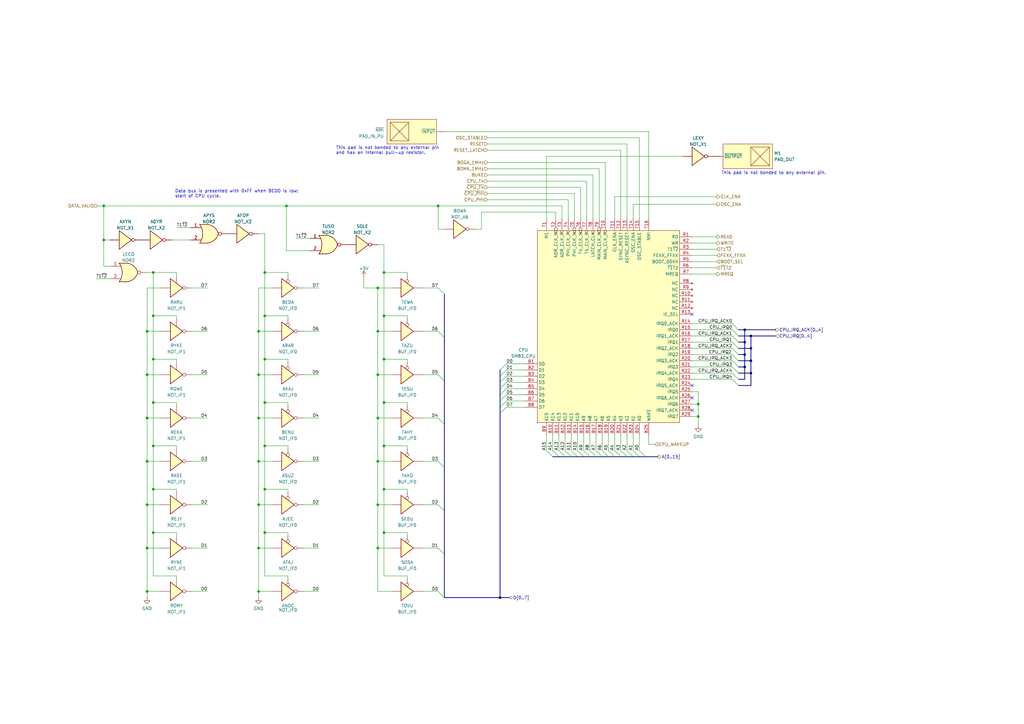
<source format=kicad_sch>
(kicad_sch (version 20231120) (generator "eeschema") (generator_version "8.0")
  (paper "A3")
  (title_block (title "DMG-CPU B") (date "2025-04-12") (rev "0.7") (company "CC-BY-SA-4.0 Régis Galland & Michael Singer -- Derived work from Furrtek") (comment 1 "https://github.com/msinger/dmg-schematics"))
  (lib_symbols
    (symbol "DMG_CPU_Cells:BUF_IF0" (pin_numbers hide) (pin_names hide)
      (property "Reference" "U?" (at 0 -5.08 0))
      (property "Value" "BUF_IF0" (at 0 -7.62 0))
      (symbol "BUF_IF0_1_0"
        (polyline (pts (xy -2.54 3.81) (xy -2.54 -3.81) (xy 2.54 0) (xy -2.54 3.81)) (stroke (width 0.254)) (fill (type background)))
        (pin input line (at -6.35 0 0) (length 3.81) (name "IN") (number "1"))
        (pin input line (at -6.35 0 0) (length 3.81) hide (name "IN") (number "3"))
        (pin tri_state line (at 6.35 0 180) (length 3.81) (name "~") (number "4"))
      )
      (symbol "BUF_IF0_1_1"
        (pin input inverted (at 0 5.08 270) (length 3) (name "~{ENA}") (number "2"))
      )
    )
    (symbol "DMG_CPU_Cells:NOR2" (pin_names hide)
      (property "Reference" "U" (at 0 5.08 0))
      (property "Value" "NOR2" (at 0 -5.08 0))
      (symbol "NOR2_1_1"
        (arc (start -3.8102 -3.81) (mid -2.5892 0) (end -3.8102 3.81) (stroke (width 0.254)))
        (arc (start -0.6098 -3.81) (mid 2.1853 -2.584) (end 3.8098 0) (stroke (width 0.254)) (fill (type background)))
        (polyline (pts (xy -3.8102 -3.81) (xy -0.6352 -3.81)) (stroke (width 0.254)) (fill (type background)))
        (polyline (pts (xy -3.8102 3.81) (xy -0.6352 3.81)) (stroke (width 0.254)) (fill (type background)))
        (polyline (pts (xy -0.6352 3.81) (xy -3.8102 3.81) (xy -3.8102 3.81) (xy -3.5562 3.4036) (xy -3.0228 2.2606) (xy -2.6926 1.0414) (xy -2.6164 -0.254) (xy -2.7688 -1.4986) (xy -3.1752 -2.7178) (xy -3.8102 -3.81) (xy -3.8102 -3.81) (xy -0.6352 -3.81)) (stroke (width -25.4)) (fill (type background)))
        (arc (start 3.8098 0) (mid 2.1926 2.5925) (end -0.6098 3.81) (stroke (width 0.254)) (fill (type background)))
        (pin input line (at -7.62 2.54 0) (length 4.4) (name "~") (number "1"))
        (pin input line (at -7.62 -2.54 0) (length 4.4) (name "~") (number "2"))
        (pin output inverted (at 7.62 0 180) (length 3.81) (name "~") (number "3"))
      )
    )
    (symbol "DMG_CPU_Cells:NOT_IF0" (pin_numbers hide) (pin_names hide)
      (property "Reference" "U?" (at 0 -5.08 0))
      (property "Value" "NOT_IF0" (at 0 -7.62 0))
      (symbol "NOT_IF0_1_0"
        (polyline (pts (xy -2.54 3.81) (xy -2.54 -3.81) (xy 2.54 0) (xy -2.54 3.81)) (stroke (width 0.254)) (fill (type background)))
        (pin input line (at -6.35 0 0) (length 3.81) (name "~") (number "2"))
        (pin tri_state inverted (at 6.35 0 180) (length 3.81) (name "~") (number "3"))
      )
      (symbol "NOT_IF0_1_1"
        (pin input inverted (at 0 5.08 270) (length 3) (name "~{ENA}") (number "1"))
      )
    )
    (symbol "DMG_CPU_Cells:NOT_IF1" (pin_numbers hide) (pin_names hide)
      (property "Reference" "U?" (at 0 -5.08 0))
      (property "Value" "NOT_IF1" (at 0 -7.62 0))
      (symbol "NOT_IF1_1_0"
        (polyline (pts (xy -2.54 3.81) (xy -2.54 -3.81) (xy 2.54 0) (xy -2.54 3.81)) (stroke (width 0.254)) (fill (type background)))
        (pin input line (at -6.35 0 0) (length 3.81) (name "~") (number "2"))
        (pin tri_state inverted (at 6.35 0 180) (length 3.81) (name "~") (number "3"))
      )
      (symbol "NOT_IF1_1_1"
        (pin input line (at 0 5.08 270) (length 3.15) (name "ENA") (number "1"))
      )
    )
    (symbol "DMG_CPU_Cells:NOT_X1" (pin_numbers hide) (pin_names hide)
      (property "Reference" "U?" (at 0 5.08 0))
      (property "Value" "NOT_X1" (at 0 -5.08 0))
      (symbol "NOT_X1_1_0"
        (polyline (pts (xy -2.54 3.81) (xy -2.54 -3.81) (xy 2.54 0) (xy -2.54 3.81)) (stroke (width 0.254)) (fill (type background)))
        (pin input line (at -6.35 0 0) (length 3.81) (name "~") (number "1"))
        (pin output inverted (at 6.35 0 180) (length 3.81) (name "~") (number "2"))
      )
    )
    (symbol "DMG_CPU_Cells:NOT_X2" (pin_numbers hide) (pin_names hide)
      (property "Reference" "U?" (at 0 5.08 0))
      (property "Value" "NOT_X2" (at 0 -5.08 0))
      (symbol "NOT_X2_1_0"
        (polyline (pts (xy -2.54 3.81) (xy -2.54 -3.81) (xy 2.54 0) (xy -2.54 3.81)) (stroke (width 0.254)) (fill (type background)))
        (pin input line (at -6.35 0 0) (length 3.81) (name "~") (number "1"))
        (pin output inverted (at 6.35 0 180) (length 3.81) (name "~") (number "2"))
      )
    )
    (symbol "DMG_CPU_Cells:NOT_X6" (pin_numbers hide) (pin_names hide)
      (property "Reference" "U?" (at 0 5.08 0))
      (property "Value" "NOT_X6" (at 0 -5.08 0))
      (symbol "NOT_X6_1_0"
        (polyline (pts (xy -2.54 3.81) (xy -2.54 -3.81) (xy 2.54 0) (xy -2.54 3.81)) (stroke (width 0.254)) (fill (type background)))
        (pin input line (at -6.35 0 0) (length 3.81) (name "~") (number "1"))
        (pin output inverted (at 6.35 0 180) (length 3.81) (name "~") (number "2"))
      )
    )
    (symbol "DMG_CPU_Cells:PAD_IN_PU" (pin_numbers hide)
      (property "Reference" "U" (at 0 6.35 0))
      (property "Value" "PAD_IN_PU" (at 0 -6.35 0))
      (symbol "PAD_IN_PU_0_1"
        (rectangle (start -10.16 5.08) (end 10.16 -5.08) (fill (type background)))
        (rectangle (start -8.89 3.81) (end -1.27 -3.81))
        (polyline (pts (xy -8.89 -3.81) (xy -1.27 3.81)))
        (polyline (pts (xy -1.27 -3.81) (xy -8.89 3.81)))
      )
      (symbol "PAD_IN_PU_1_1"
        (pin output line (at 13.97 0 180) (length 3.81) (name "~{INPUT}") (number "1"))
      )
    )
    (symbol "DMG_CPU_Cells:PAD_OUT" (pin_numbers hide)
      (property "Reference" "U" (at 0 6.35 0))
      (property "Value" "PAD_OUT" (at 0 -6.35 0))
      (symbol "PAD_OUT_0_1"
        (rectangle (start -10.16 5.08) (end 10.16 -5.08) (fill (type background)))
        (rectangle (start -8.89 3.81) (end -1.27 -3.81))
        (polyline (pts (xy -8.89 -3.81) (xy -1.27 3.81)))
        (polyline (pts (xy -1.27 -3.81) (xy -8.89 3.81)))
      )
      (symbol "PAD_OUT_1_1"
        (pin input line (at 13.97 0 180) (length 3.81) (name "~{OUTPUT}") (number "1"))
      )
    )
    (symbol "DMG_CPU_Cells:SM83_CPU"
      (property "Reference" "U" (at 0 1.27 0))
      (property "Value" "SM83_CPU" (at 0 -1.27 0))
      (symbol "SM83_CPU_0_0"
        (rectangle (start -29.21 39.37) (end 29.21 -39.37) (fill (type background)))
      )
      (symbol "SM83_CPU_1_1"
        (pin bidirectional line (at -34.29 -15.24 0) (length 5.08) (name "D0") (number "B1"))
        (pin tri_state line (at -22.86 -44.45 90) (length 5.08) (name "A14") (number "B10"))
        (pin tri_state line (at -20.32 -44.45 90) (length 5.08) (name "A13") (number "B11"))
        (pin tri_state line (at -17.78 -44.45 90) (length 5.08) (name "A12") (number "B12"))
        (pin tri_state line (at -15.24 -44.45 90) (length 5.08) (name "A11") (number "B13"))
        (pin tri_state line (at -12.7 -44.45 90) (length 5.08) (name "A10") (number "B14"))
        (pin tri_state line (at -10.16 -44.45 90) (length 5.08) (name "A9") (number "B15"))
        (pin tri_state line (at -7.62 -44.45 90) (length 5.08) (name "A8") (number "B16"))
        (pin tri_state line (at -5.08 -44.45 90) (length 5.08) (name "A7") (number "B17"))
        (pin tri_state line (at -2.54 -44.45 90) (length 5.08) (name "A6") (number "B18"))
        (pin tri_state line (at 0 -44.45 90) (length 5.08) (name "A5") (number "B19"))
        (pin bidirectional line (at -34.29 -17.78 0) (length 5.08) (name "D1") (number "B2"))
        (pin tri_state line (at 2.54 -44.45 90) (length 5.08) (name "A4") (number "B20"))
        (pin tri_state line (at 5.08 -44.45 90) (length 5.08) (name "A3") (number "B21"))
        (pin tri_state line (at 7.62 -44.45 90) (length 5.08) (name "A2") (number "B22"))
        (pin tri_state line (at 10.16 -44.45 90) (length 5.08) (name "A1") (number "B23"))
        (pin tri_state line (at 12.7 -44.45 90) (length 5.08) (name "A0") (number "B24"))
        (pin input line (at 16.51 -44.45 90) (length 5.08) (name "WAKE") (number "B25"))
        (pin bidirectional line (at -34.29 -20.32 0) (length 5.08) (name "D2") (number "B3"))
        (pin bidirectional line (at -34.29 -22.86 0) (length 5.08) (name "D3") (number "B4"))
        (pin bidirectional line (at -34.29 -25.4 0) (length 5.08) (name "D4") (number "B5"))
        (pin bidirectional line (at -34.29 -27.94 0) (length 5.08) (name "D5") (number "B6"))
        (pin bidirectional line (at -34.29 -30.48 0) (length 5.08) (name "D6") (number "B7"))
        (pin bidirectional line (at -34.29 -33.02 0) (length 5.08) (name "D7") (number "B8"))
        (pin tri_state line (at -25.4 -44.45 90) (length 5.08) (name "A15") (number "B9"))
        (pin output line (at 34.29 36.83 180) (length 5.08) (name "RD") (number "R1"))
        (pin no_connect line (at 34.29 12.7 180) (length 5.08) (name "NC") (number "R10"))
        (pin no_connect line (at 34.29 10.16 180) (length 5.08) (name "NC") (number "R11"))
        (pin no_connect line (at 34.29 7.62 180) (length 5.08) (name "NC") (number "R12"))
        (pin output line (at 34.29 5.08 180) (length 5.08) (name "IE_SEL") (number "R13"))
        (pin output line (at 34.29 1.27 180) (length 5.08) (name "IRQ0_ACK") (number "R14"))
        (pin input line (at 34.29 -1.27 180) (length 5.08) (name "IRQ0") (number "R15"))
        (pin output line (at 34.29 -3.81 180) (length 5.08) (name "IRQ1_ACK") (number "R16"))
        (pin input line (at 34.29 -6.35 180) (length 5.08) (name "IRQ1") (number "R17"))
        (pin output line (at 34.29 -8.89 180) (length 5.08) (name "IRQ2_ACK") (number "R18"))
        (pin input line (at 34.29 -11.43 180) (length 5.08) (name "IRQ2") (number "R19"))
        (pin output line (at 34.29 34.29 180) (length 5.08) (name "WR") (number "R2"))
        (pin output line (at 34.29 -13.97 180) (length 5.08) (name "IRQ3_ACK") (number "R20"))
        (pin input line (at 34.29 -16.51 180) (length 5.08) (name "IRQ3") (number "R21"))
        (pin output line (at 34.29 -19.05 180) (length 5.08) (name "IRQ4_ACK") (number "R22"))
        (pin input line (at 34.29 -21.59 180) (length 5.08) (name "IRQ4") (number "R23"))
        (pin output line (at 34.29 -24.13 180) (length 5.08) (name "IRQ5_ACK") (number "R24"))
        (pin input line (at 34.29 -26.67 180) (length 5.08) (name "IRQ5") (number "R25"))
        (pin output line (at 34.29 -29.21 180) (length 5.08) (name "IRQ6_ACK") (number "R26"))
        (pin input line (at 34.29 -31.75 180) (length 5.08) (name "IRQ6") (number "R27"))
        (pin output line (at 34.29 -34.29 180) (length 5.08) (name "IRQ7_ACK") (number "R28"))
        (pin input line (at 34.29 -36.83 180) (length 5.08) (name "IRQ7") (number "R29"))
        (pin input line (at 34.29 31.75 180) (length 5.08) (name "T1~{T2}") (number "R3"))
        (pin input line (at 34.29 29.21 180) (length 5.08) (name "FEXX_FFXX") (number "R4"))
        (pin input line (at 34.29 26.67 180) (length 5.08) (name "BOOT_00XX") (number "R5"))
        (pin input line (at 34.29 24.13 180) (length 5.08) (name "~{T1}T2") (number "R6"))
        (pin output line (at 34.29 21.59 180) (length 5.08) (name "MREQ") (number "R7"))
        (pin no_connect line (at 34.29 17.78 180) (length 5.08) (name "NC") (number "R8"))
        (pin no_connect line (at 34.29 15.24 180) (length 5.08) (name "NC") (number "R9"))
        (pin output line (at -25.4 44.45 270) (length 5.08) (name "M1") (number "T1"))
        (pin input clock (at -1.27 44.45 270) (length 5.08) (name "MAIN_CLK_P") (number "T10"))
        (pin output line (at 2.54 44.45 270) (length 5.08) (name "CLK_ENA") (number "T11"))
        (pin input line (at 5.08 44.45 270) (length 5.08) (name "SYNC_RESET") (number "T12"))
        (pin input line (at 7.62 44.45 270) (length 5.08) (name "ASYNC_RESET") (number "T13"))
        (pin output line (at 10.16 44.45 270) (length 5.08) (name "OSC_ENA") (number "T14"))
        (pin input line (at 12.7 44.45 270) (length 5.08) (name "OSC_STABLE") (number "T15"))
        (pin input line (at 16.51 44.45 270) (length 5.08) (name "NMI") (number "T16"))
        (pin input inverted_clock (at -21.59 44.45 270) (length 5.08) (name "ADR_CLK_N") (number "T2"))
        (pin input clock (at -19.05 44.45 270) (length 5.08) (name "ADR_CLK_P") (number "T3"))
        (pin input clock (at -16.51 44.45 270) (length 5.08) (name "PHI_CLK_P") (number "T4"))
        (pin input inverted_clock (at -13.97 44.45 270) (length 5.08) (name "PHI_CLK_N") (number "T5"))
        (pin input inverted_clock (at -11.43 44.45 270) (length 5.08) (name "T4_CLK_N") (number "T6"))
        (pin input clock (at -8.89 44.45 270) (length 5.08) (name "T4_CLK_P") (number "T7"))
        (pin input clock (at -6.35 44.45 270) (length 5.08) (name "LATCH_CLK") (number "T8"))
        (pin input inverted_clock (at -3.81 44.45 270) (length 5.08) (name "MAIN_CLK_N") (number "T9"))
      )
    )
    (symbol "power:+5V" (power) (pin_names (offset 0))
      (property "Value" "+5V" (at 0 3.556 0))
      (symbol "+5V_0_1"
        (polyline (pts (xy -0.762 1.27) (xy 0 2.54)))
        (polyline (pts (xy 0 0) (xy 0 2.54)))
        (polyline (pts (xy 0 2.54) (xy 0.762 1.27)))
      )
      (symbol "+5V_1_1"
        (pin power_in line (at 0 0 90) (length 0) hide (name "+5V") (number "1"))
      )
    )
    (symbol "power:GND" (power) (pin_names (offset 0))
      (property "Value" "GND" (at 0 -3.81 0))
      (symbol "GND_0_1"
        (polyline (pts (xy 0 0) (xy 0 -1.27) (xy 1.27 -1.27) (xy 0 -2.54) (xy -1.27 -1.27) (xy 0 -1.27)))
      )
      (symbol "GND_1_1"
        (pin power_in line (at 0 0 270) (length 0) hide (name "GND") (number "1"))
      )
    )
  )
  (junction (at 106.045 207.01))
  (junction (at 106.045 135.89))
  (junction (at 108.585 165.1))
  (junction (at 108.585 129.54))
  (junction (at 42.545 98.425))
  (junction (at 60.325 207.01))
  (junction (at 286.385 165.735))
  (junction (at 157.48 129.54))
  (junction (at 157.48 182.88))
  (junction (at 154.94 118.11))
  (junction (at 305.435 145.415))
  (junction (at 307.975 142.875))
  (junction (at 106.045 153.67))
  (junction (at 154.94 207.01))
  (junction (at 157.48 111.76))
  (junction (at 60.325 189.23))
  (junction (at 307.975 137.795))
  (junction (at 60.325 224.79))
  (junction (at 108.585 147.32))
  (junction (at 307.975 153.035))
  (junction (at 157.48 218.44))
  (junction (at 157.48 165.1))
  (junction (at 62.865 218.44))
  (junction (at 205.105 245.11))
  (junction (at 60.325 153.67))
  (junction (at 106.045 224.79))
  (junction (at 108.585 218.44))
  (junction (at 62.865 147.32))
  (junction (at 154.94 153.67))
  (junction (at 154.94 171.45))
  (junction (at 154.94 135.89))
  (junction (at 154.94 189.23))
  (junction (at 62.865 129.54))
  (junction (at 106.045 189.23))
  (junction (at 60.325 242.57))
  (junction (at 60.325 135.89))
  (junction (at 157.48 200.66))
  (junction (at 108.585 111.76))
  (junction (at 305.435 140.335))
  (junction (at 179.705 84.455))
  (junction (at 62.865 182.88))
  (junction (at 108.585 200.66))
  (junction (at 106.045 242.57))
  (junction (at 108.585 182.88))
  (junction (at 305.435 150.495))
  (junction (at 286.385 170.815))
  (junction (at 305.435 135.255))
  (junction (at 42.545 84.455))
  (junction (at 60.325 171.45))
  (junction (at 62.865 165.1))
  (junction (at 117.475 84.455))
  (junction (at 157.48 147.32))
  (junction (at 62.865 111.76))
  (junction (at 307.975 147.955))
  (junction (at 154.94 224.79))
  (junction (at 106.045 171.45))
  (junction (at 62.865 200.66))
  (no_connect (at 283.845 158.115))
  (no_connect (at 283.845 163.195))
  (no_connect (at 283.845 168.275))
  (no_connect (at 283.845 128.905))
  (bus_entry (at 247.015 187.325) (size -2.54 -2.54))
  (bus_entry (at 300.355 147.955) (size 2.54 2.54))
  (bus_entry (at 252.095 187.325) (size -2.54 -2.54))
  (bus_entry (at 179.705 242.57) (size 2.54 2.54))
  (bus_entry (at 179.705 224.79) (size 2.54 2.54))
  (bus_entry (at 300.355 150.495) (size 2.54 2.54))
  (bus_entry (at 249.555 187.325) (size -2.54 -2.54))
  (bus_entry (at 179.705 189.23) (size 2.54 2.54))
  (bus_entry (at 226.695 187.325) (size -2.54 -2.54))
  (bus_entry (at 239.395 187.325) (size -2.54 -2.54))
  (bus_entry (at 179.705 118.11) (size 2.54 2.54))
  (bus_entry (at 207.645 161.925) (size -2.54 2.54))
  (bus_entry (at 179.705 171.45) (size 2.54 2.54))
  (bus_entry (at 207.645 156.845) (size -2.54 2.54))
  (bus_entry (at 207.645 149.225) (size -2.54 2.54))
  (bus_entry (at 262.255 187.325) (size -2.54 -2.54))
  (bus_entry (at 207.645 167.005) (size -2.54 2.54))
  (bus_entry (at 207.645 154.305) (size -2.54 2.54))
  (bus_entry (at 300.355 142.875) (size 2.54 2.54))
  (bus_entry (at 300.355 137.795) (size 2.54 2.54))
  (bus_entry (at 300.355 132.715) (size 2.54 2.54))
  (bus_entry (at 300.355 135.255) (size 2.54 2.54))
  (bus_entry (at 300.355 140.335) (size 2.54 2.54))
  (bus_entry (at 236.855 187.325) (size -2.54 -2.54))
  (bus_entry (at 207.645 159.385) (size -2.54 2.54))
  (bus_entry (at 300.355 155.575) (size 2.54 2.54))
  (bus_entry (at 179.705 207.01) (size 2.54 2.54))
  (bus_entry (at 241.935 187.325) (size -2.54 -2.54))
  (bus_entry (at 259.715 187.325) (size -2.54 -2.54))
  (bus_entry (at 300.355 145.415) (size 2.54 2.54))
  (bus_entry (at 231.775 187.325) (size -2.54 -2.54))
  (bus_entry (at 207.645 151.765) (size -2.54 2.54))
  (bus_entry (at 179.705 135.89) (size 2.54 2.54))
  (bus_entry (at 244.475 187.325) (size -2.54 -2.54))
  (bus_entry (at 179.705 153.67) (size 2.54 2.54))
  (bus_entry (at 257.175 187.325) (size -2.54 -2.54))
  (bus_entry (at 234.315 187.325) (size -2.54 -2.54))
  (bus_entry (at 207.645 164.465) (size -2.54 2.54))
  (bus_entry (at 264.795 187.325) (size -2.54 -2.54))
  (bus_entry (at 300.355 153.035) (size 2.54 2.54))
  (bus_entry (at 254.635 187.325) (size -2.54 -2.54))
  (bus_entry (at 229.235 187.325) (size -2.54 -2.54))
  (wire (pts (xy 118.11 129.54) (xy 118.11 130.81)))
  (wire (pts (xy 106.045 242.57) (xy 111.76 242.57)))
  (wire (pts (xy 254.635 178.435) (xy 254.635 184.785)))
  (wire (pts (xy 266.065 182.245) (xy 266.065 178.435)))
  (wire (pts (xy 167.005 182.88) (xy 167.005 184.15)))
  (wire (pts (xy 283.845 104.775) (xy 294.005 104.775)))
  (wire (pts (xy 108.585 218.44) (xy 108.585 236.22)))
  (wire (pts (xy 231.775 178.435) (xy 231.775 184.785)))
  (wire (pts (xy 72.39 93.345) (xy 78.105 93.345)))
  (bus (pts (xy 205.105 164.465) (xy 205.105 161.925)))
  (wire (pts (xy 108.585 129.54) (xy 118.11 129.54)))
  (wire (pts (xy 60.325 207.01) (xy 60.325 224.79)))
  (wire (pts (xy 154.94 189.23) (xy 154.94 207.01)))
  (wire (pts (xy 60.325 224.79) (xy 60.325 242.57)))
  (wire (pts (xy 78.74 171.45) (xy 85.09 171.45)))
  (wire (pts (xy 72.39 147.32) (xy 72.39 148.59)))
  (wire (pts (xy 157.48 182.88) (xy 157.48 200.66)))
  (bus (pts (xy 182.245 138.43) (xy 182.245 156.21)))
  (wire (pts (xy 252.095 80.645) (xy 294.005 80.645)))
  (wire (pts (xy 235.585 89.535) (xy 235.585 79.375)))
  (bus (pts (xy 302.895 137.795) (xy 307.975 137.795)))
  (bus (pts (xy 302.895 135.255) (xy 305.435 135.255)))
  (wire (pts (xy 72.39 129.54) (xy 72.39 130.81)))
  (wire (pts (xy 72.39 218.44) (xy 72.39 219.71)))
  (bus (pts (xy 307.975 137.795) (xy 307.975 142.875)))
  (wire (pts (xy 108.585 165.1) (xy 108.585 182.88)))
  (wire (pts (xy 283.845 147.955) (xy 300.355 147.955)))
  (wire (pts (xy 60.325 135.89) (xy 66.04 135.89)))
  (wire (pts (xy 62.865 129.54) (xy 72.39 129.54)))
  (bus (pts (xy 241.935 187.325) (xy 239.395 187.325)))
  (wire (pts (xy 124.46 153.67) (xy 130.81 153.67)))
  (bus (pts (xy 239.395 187.325) (xy 236.855 187.325)))
  (bus (pts (xy 302.895 145.415) (xy 305.435 145.415)))
  (wire (pts (xy 62.865 165.1) (xy 72.39 165.1)))
  (wire (pts (xy 106.045 153.67) (xy 106.045 171.45)))
  (wire (pts (xy 167.005 129.54) (xy 167.005 130.81)))
  (wire (pts (xy 118.11 111.76) (xy 118.11 113.03)))
  (wire (pts (xy 248.285 66.675) (xy 200.025 66.675)))
  (wire (pts (xy 60.325 189.23) (xy 66.04 189.23)))
  (bus (pts (xy 205.105 154.305) (xy 205.105 151.765)))
  (wire (pts (xy 286.385 160.655) (xy 286.385 165.735)))
  (wire (pts (xy 106.045 118.11) (xy 111.76 118.11)))
  (wire (pts (xy 149.225 118.11) (xy 149.225 113.665)))
  (wire (pts (xy 157.48 200.66) (xy 157.48 218.44)))
  (wire (pts (xy 200.025 69.215) (xy 245.745 69.215)))
  (wire (pts (xy 106.045 171.45) (xy 111.76 171.45)))
  (wire (pts (xy 60.325 118.11) (xy 60.325 135.89)))
  (wire (pts (xy 234.315 178.435) (xy 234.315 184.785)))
  (wire (pts (xy 224.155 64.135) (xy 280.035 64.135)))
  (wire (pts (xy 154.94 224.79) (xy 160.655 224.79)))
  (wire (pts (xy 215.265 151.765) (xy 207.645 151.765)))
  (bus (pts (xy 307.975 147.955) (xy 307.975 153.035)))
  (wire (pts (xy 200.025 56.515) (xy 262.255 56.515)))
  (wire (pts (xy 283.845 112.395) (xy 294.005 112.395)))
  (bus (pts (xy 302.895 150.495) (xy 305.435 150.495)))
  (wire (pts (xy 154.94 153.67) (xy 154.94 171.45)))
  (bus (pts (xy 231.775 187.325) (xy 229.235 187.325)))
  (wire (pts (xy 224.155 89.535) (xy 224.155 64.135)))
  (wire (pts (xy 108.585 200.66) (xy 118.11 200.66)))
  (wire (pts (xy 108.585 111.76) (xy 118.11 111.76)))
  (wire (pts (xy 60.325 224.79) (xy 66.04 224.79)))
  (wire (pts (xy 167.005 165.1) (xy 167.005 166.37)))
  (bus (pts (xy 305.435 140.335) (xy 305.435 145.415)))
  (wire (pts (xy 286.385 170.815) (xy 286.385 174.625)))
  (wire (pts (xy 62.865 218.44) (xy 72.39 218.44)))
  (wire (pts (xy 118.11 200.66) (xy 118.11 201.93)))
  (wire (pts (xy 42.545 84.455) (xy 42.545 98.425)))
  (wire (pts (xy 62.865 182.88) (xy 72.39 182.88)))
  (wire (pts (xy 124.46 189.23) (xy 130.81 189.23)))
  (wire (pts (xy 157.48 111.76) (xy 167.005 111.76)))
  (wire (pts (xy 72.39 236.22) (xy 72.39 237.49)))
  (wire (pts (xy 157.48 165.1) (xy 157.48 182.88)))
  (wire (pts (xy 78.74 153.67) (xy 85.09 153.67)))
  (wire (pts (xy 200.025 59.055) (xy 257.175 59.055)))
  (bus (pts (xy 205.105 159.385) (xy 205.105 156.845)))
  (wire (pts (xy 173.355 171.45) (xy 179.705 171.45)))
  (wire (pts (xy 60.325 171.45) (xy 66.04 171.45)))
  (wire (pts (xy 157.48 218.44) (xy 167.005 218.44)))
  (wire (pts (xy 268.605 182.245) (xy 266.065 182.245)))
  (wire (pts (xy 167.005 147.32) (xy 167.005 148.59)))
  (wire (pts (xy 124.46 242.57) (xy 130.81 242.57)))
  (wire (pts (xy 118.11 165.1) (xy 118.11 166.37)))
  (wire (pts (xy 179.705 84.455) (xy 179.705 93.98)))
  (wire (pts (xy 124.46 135.89) (xy 130.81 135.89)))
  (bus (pts (xy 307.975 142.875) (xy 307.975 147.955)))
  (wire (pts (xy 154.94 171.45) (xy 160.655 171.45)))
  (wire (pts (xy 149.225 118.11) (xy 154.94 118.11)))
  (bus (pts (xy 205.105 169.545) (xy 205.105 245.11)))
  (wire (pts (xy 173.355 135.89) (xy 179.705 135.89)))
  (bus (pts (xy 257.175 187.325) (xy 254.635 187.325)))
  (wire (pts (xy 78.74 224.79) (xy 85.09 224.79)))
  (bus (pts (xy 182.245 173.99) (xy 182.245 191.77)))
  (wire (pts (xy 62.865 200.66) (xy 72.39 200.66)))
  (bus (pts (xy 318.135 135.255) (xy 305.435 135.255)))
  (wire (pts (xy 70.485 98.425) (xy 78.105 98.425)))
  (wire (pts (xy 167.005 111.76) (xy 167.005 113.03)))
  (bus (pts (xy 182.245 156.21) (xy 182.245 173.99)))
  (bus (pts (xy 247.015 187.325) (xy 244.475 187.325)))
  (wire (pts (xy 157.48 218.44) (xy 157.48 236.22)))
  (wire (pts (xy 78.74 207.01) (xy 85.09 207.01)))
  (wire (pts (xy 283.845 155.575) (xy 300.355 155.575)))
  (wire (pts (xy 60.325 242.57) (xy 60.325 245.11)))
  (wire (pts (xy 233.045 81.915) (xy 200.025 81.915)))
  (wire (pts (xy 108.585 147.32) (xy 118.11 147.32)))
  (wire (pts (xy 60.325 111.76) (xy 62.865 111.76)))
  (wire (pts (xy 283.845 97.155) (xy 294.005 97.155)))
  (wire (pts (xy 42.545 98.425) (xy 42.545 109.22)))
  (wire (pts (xy 106.045 224.79) (xy 106.045 242.57)))
  (wire (pts (xy 117.475 84.455) (xy 42.545 84.455)))
  (wire (pts (xy 60.325 153.67) (xy 66.04 153.67)))
  (wire (pts (xy 62.865 236.22) (xy 72.39 236.22)))
  (wire (pts (xy 157.48 147.32) (xy 157.48 165.1)))
  (wire (pts (xy 173.355 153.67) (xy 179.705 153.67)))
  (wire (pts (xy 106.045 189.23) (xy 111.76 189.23)))
  (wire (pts (xy 39.37 114.3) (xy 45.085 114.3)))
  (bus (pts (xy 305.435 145.415) (xy 305.435 150.495)))
  (wire (pts (xy 124.46 224.79) (xy 130.81 224.79)))
  (wire (pts (xy 215.265 154.305) (xy 207.645 154.305)))
  (bus (pts (xy 182.245 227.33) (xy 182.245 245.11)))
  (wire (pts (xy 60.325 118.11) (xy 66.04 118.11)))
  (wire (pts (xy 72.39 111.76) (xy 72.39 113.03)))
  (wire (pts (xy 157.48 165.1) (xy 167.005 165.1)))
  (wire (pts (xy 230.505 84.455) (xy 179.705 84.455)))
  (wire (pts (xy 154.94 207.01) (xy 160.655 207.01)))
  (wire (pts (xy 108.585 111.76) (xy 108.585 129.54)))
  (bus (pts (xy 205.105 156.845) (xy 205.105 154.305)))
  (wire (pts (xy 108.585 129.54) (xy 108.585 147.32)))
  (bus (pts (xy 234.315 187.325) (xy 231.775 187.325)))
  (wire (pts (xy 62.865 147.32) (xy 72.39 147.32)))
  (wire (pts (xy 157.48 182.88) (xy 167.005 182.88)))
  (bus (pts (xy 262.255 187.325) (xy 259.715 187.325)))
  (wire (pts (xy 118.11 236.22) (xy 118.11 237.49)))
  (wire (pts (xy 259.715 178.435) (xy 259.715 184.785)))
  (wire (pts (xy 62.865 111.76) (xy 62.865 129.54)))
  (wire (pts (xy 244.475 178.435) (xy 244.475 184.785)))
  (bus (pts (xy 307.975 137.795) (xy 318.135 137.795)))
  (wire (pts (xy 226.695 178.435) (xy 226.695 184.785)))
  (wire (pts (xy 235.585 79.375) (xy 200.025 79.375)))
  (wire (pts (xy 200.025 61.595) (xy 254.635 61.595)))
  (wire (pts (xy 62.865 111.76) (xy 72.39 111.76)))
  (bus (pts (xy 205.105 169.545) (xy 205.105 167.005)))
  (bus (pts (xy 302.895 140.335) (xy 305.435 140.335)))
  (wire (pts (xy 106.045 135.89) (xy 111.76 135.89)))
  (bus (pts (xy 229.235 187.325) (xy 226.695 187.325)))
  (wire (pts (xy 283.845 135.255) (xy 300.355 135.255)))
  (wire (pts (xy 230.505 84.455) (xy 230.505 89.535)))
  (wire (pts (xy 60.325 189.23) (xy 60.325 207.01)))
  (wire (pts (xy 62.865 182.88) (xy 62.865 200.66)))
  (wire (pts (xy 108.585 95.885) (xy 108.585 111.76)))
  (wire (pts (xy 157.48 200.66) (xy 167.005 200.66)))
  (wire (pts (xy 283.845 109.855) (xy 294.005 109.855)))
  (wire (pts (xy 78.74 189.23) (xy 85.09 189.23)))
  (bus (pts (xy 302.895 153.035) (xy 307.975 153.035)))
  (wire (pts (xy 60.325 207.01) (xy 66.04 207.01)))
  (wire (pts (xy 215.265 167.005) (xy 207.645 167.005)))
  (bus (pts (xy 182.245 191.77) (xy 182.245 209.55)))
  (wire (pts (xy 78.74 242.57) (xy 85.09 242.57)))
  (wire (pts (xy 257.175 89.535) (xy 257.175 59.055)))
  (wire (pts (xy 252.095 178.435) (xy 252.095 184.785)))
  (wire (pts (xy 241.935 178.435) (xy 241.935 184.785)))
  (wire (pts (xy 173.355 224.79) (xy 179.705 224.79)))
  (wire (pts (xy 40.005 84.455) (xy 42.545 84.455)))
  (wire (pts (xy 108.585 182.88) (xy 118.11 182.88)))
  (wire (pts (xy 108.585 200.66) (xy 108.585 218.44)))
  (wire (pts (xy 283.845 99.695) (xy 294.005 99.695)))
  (wire (pts (xy 157.48 100.33) (xy 157.48 111.76)))
  (wire (pts (xy 62.865 218.44) (xy 62.865 236.22)))
  (wire (pts (xy 167.005 218.44) (xy 167.005 219.71)))
  (wire (pts (xy 283.845 102.235) (xy 294.005 102.235)))
  (wire (pts (xy 283.845 170.815) (xy 286.385 170.815)))
  (wire (pts (xy 157.48 129.54) (xy 167.005 129.54)))
  (wire (pts (xy 62.865 165.1) (xy 62.865 182.88)))
  (wire (pts (xy 78.74 118.11) (xy 85.09 118.11)))
  (bus (pts (xy 302.895 158.115) (xy 307.975 158.115)))
  (wire (pts (xy 154.94 171.45) (xy 154.94 189.23)))
  (wire (pts (xy 286.385 165.735) (xy 286.385 170.815)))
  (wire (pts (xy 106.045 135.89) (xy 106.045 153.67)))
  (wire (pts (xy 200.025 71.755) (xy 243.205 71.755)))
  (bus (pts (xy 302.895 142.875) (xy 307.975 142.875)))
  (bus (pts (xy 182.245 245.11) (xy 205.105 245.11)))
  (wire (pts (xy 154.94 118.11) (xy 160.655 118.11)))
  (wire (pts (xy 154.94 135.89) (xy 154.94 153.67)))
  (wire (pts (xy 106.045 153.67) (xy 111.76 153.67)))
  (bus (pts (xy 259.715 187.325) (xy 257.175 187.325)))
  (wire (pts (xy 224.155 178.435) (xy 224.155 184.785)))
  (wire (pts (xy 124.46 118.11) (xy 130.81 118.11)))
  (bus (pts (xy 307.975 153.035) (xy 307.975 158.115)))
  (wire (pts (xy 215.265 164.465) (xy 207.645 164.465)))
  (bus (pts (xy 254.635 187.325) (xy 252.095 187.325)))
  (wire (pts (xy 173.355 189.23) (xy 179.705 189.23)))
  (wire (pts (xy 106.045 207.01) (xy 106.045 224.79)))
  (wire (pts (xy 108.585 165.1) (xy 118.11 165.1)))
  (bus (pts (xy 205.105 167.005) (xy 205.105 164.465)))
  (bus (pts (xy 244.475 187.325) (xy 241.935 187.325)))
  (wire (pts (xy 118.11 147.32) (xy 118.11 148.59)))
  (wire (pts (xy 154.94 100.33) (xy 157.48 100.33)))
  (wire (pts (xy 167.005 236.22) (xy 167.005 237.49)))
  (wire (pts (xy 243.205 89.535) (xy 243.205 71.755)))
  (wire (pts (xy 124.46 171.45) (xy 130.81 171.45)))
  (wire (pts (xy 157.48 147.32) (xy 167.005 147.32)))
  (wire (pts (xy 154.94 118.11) (xy 154.94 135.89)))
  (wire (pts (xy 157.48 236.22) (xy 167.005 236.22)))
  (wire (pts (xy 252.095 89.535) (xy 252.095 80.645)))
  (wire (pts (xy 154.94 224.79) (xy 154.94 242.57)))
  (wire (pts (xy 108.585 236.22) (xy 118.11 236.22)))
  (wire (pts (xy 154.94 207.01) (xy 154.94 224.79)))
  (wire (pts (xy 257.175 178.435) (xy 257.175 184.785)))
  (wire (pts (xy 72.39 165.1) (xy 72.39 166.37)))
  (wire (pts (xy 238.125 76.835) (xy 200.025 76.835)))
  (wire (pts (xy 283.845 137.795) (xy 300.355 137.795)))
  (bus (pts (xy 302.895 147.955) (xy 307.975 147.955)))
  (wire (pts (xy 179.705 93.98) (xy 182.245 93.98)))
  (wire (pts (xy 62.865 147.32) (xy 62.865 165.1)))
  (wire (pts (xy 240.665 89.535) (xy 240.665 74.295)))
  (wire (pts (xy 283.845 160.655) (xy 286.385 160.655)))
  (wire (pts (xy 108.585 182.88) (xy 108.585 200.66)))
  (wire (pts (xy 108.585 218.44) (xy 118.11 218.44)))
  (wire (pts (xy 60.325 171.45) (xy 60.325 189.23)))
  (wire (pts (xy 238.125 89.535) (xy 238.125 76.835)))
  (bus (pts (xy 182.245 209.55) (xy 182.245 227.33)))
  (bus (pts (xy 205.105 245.11) (xy 208.915 245.11)))
  (wire (pts (xy 247.015 178.435) (xy 247.015 184.785)))
  (bus (pts (xy 264.795 187.325) (xy 262.255 187.325)))
  (bus (pts (xy 205.105 161.925) (xy 205.105 159.385)))
  (wire (pts (xy 118.11 182.88) (xy 118.11 184.15)))
  (wire (pts (xy 283.845 145.415) (xy 300.355 145.415)))
  (wire (pts (xy 62.865 129.54) (xy 62.865 147.32)))
  (wire (pts (xy 283.845 165.735) (xy 286.385 165.735)))
  (wire (pts (xy 283.845 153.035) (xy 300.355 153.035)))
  (wire (pts (xy 262.255 178.435) (xy 262.255 184.785)))
  (wire (pts (xy 106.045 171.45) (xy 106.045 189.23)))
  (wire (pts (xy 194.945 93.98) (xy 197.485 93.98)))
  (wire (pts (xy 117.475 102.87) (xy 117.475 84.455)))
  (wire (pts (xy 106.045 189.23) (xy 106.045 207.01)))
  (bus (pts (xy 252.095 187.325) (xy 249.555 187.325)))
  (wire (pts (xy 154.94 242.57) (xy 160.655 242.57)))
  (wire (pts (xy 215.265 161.925) (xy 207.645 161.925)))
  (wire (pts (xy 62.865 200.66) (xy 62.865 218.44)))
  (wire (pts (xy 157.48 129.54) (xy 157.48 147.32)))
  (wire (pts (xy 294.005 107.315) (xy 283.845 107.315)))
  (wire (pts (xy 60.325 242.57) (xy 66.04 242.57)))
  (wire (pts (xy 72.39 200.66) (xy 72.39 201.93)))
  (wire (pts (xy 157.48 111.76) (xy 157.48 129.54)))
  (wire (pts (xy 233.045 89.535) (xy 233.045 81.915)))
  (wire (pts (xy 262.255 56.515) (xy 262.255 89.535)))
  (wire (pts (xy 106.045 95.885) (xy 108.585 95.885)))
  (wire (pts (xy 197.485 93.98) (xy 197.485 86.995)))
  (wire (pts (xy 236.855 178.435) (xy 236.855 184.785)))
  (bus (pts (xy 302.895 155.575) (xy 305.435 155.575)))
  (wire (pts (xy 182.88 53.975) (xy 266.065 53.975)))
  (wire (pts (xy 124.46 207.01) (xy 130.81 207.01)))
  (wire (pts (xy 283.845 132.715) (xy 300.355 132.715)))
  (wire (pts (xy 240.665 74.295) (xy 200.025 74.295)))
  (wire (pts (xy 248.285 89.535) (xy 248.285 66.675)))
  (bus (pts (xy 236.855 187.325) (xy 234.315 187.325)))
  (wire (pts (xy 215.265 149.225) (xy 207.645 149.225)))
  (wire (pts (xy 283.845 140.335) (xy 300.355 140.335)))
  (wire (pts (xy 229.235 178.435) (xy 229.235 184.785)))
  (bus (pts (xy 305.435 135.255) (xy 305.435 140.335)))
  (wire (pts (xy 245.745 69.215) (xy 245.745 89.535)))
  (wire (pts (xy 227.965 89.535) (xy 227.965 86.995)))
  (wire (pts (xy 259.715 83.82) (xy 294.005 83.82)))
  (wire (pts (xy 42.545 98.425) (xy 45.085 98.425)))
  (bus (pts (xy 269.875 187.325) (xy 264.795 187.325)))
  (wire (pts (xy 173.355 207.01) (xy 179.705 207.01)))
  (wire (pts (xy 173.355 242.57) (xy 179.705 242.57)))
  (wire (pts (xy 266.065 53.975) (xy 266.065 89.535)))
  (wire (pts (xy 283.845 142.875) (xy 300.355 142.875)))
  (wire (pts (xy 154.94 189.23) (xy 160.655 189.23)))
  (wire (pts (xy 106.045 118.11) (xy 106.045 135.89)))
  (wire (pts (xy 121.285 97.79) (xy 127 97.79)))
  (bus (pts (xy 182.245 120.65) (xy 182.245 138.43)))
  (bus (pts (xy 249.555 187.325) (xy 247.015 187.325)))
  (wire (pts (xy 78.74 135.89) (xy 85.09 135.89)))
  (wire (pts (xy 106.045 207.01) (xy 111.76 207.01)))
  (wire (pts (xy 60.325 135.89) (xy 60.325 153.67)))
  (wire (pts (xy 259.715 89.535) (xy 259.715 83.82)))
  (wire (pts (xy 127 102.87) (xy 117.475 102.87)))
  (wire (pts (xy 167.005 200.66) (xy 167.005 201.93)))
  (wire (pts (xy 239.395 178.435) (xy 239.395 184.785)))
  (wire (pts (xy 72.39 182.88) (xy 72.39 184.15)))
  (wire (pts (xy 154.94 153.67) (xy 160.655 153.67)))
  (wire (pts (xy 215.265 156.845) (xy 207.645 156.845)))
  (wire (pts (xy 108.585 147.32) (xy 108.585 165.1)))
  (wire (pts (xy 117.475 84.455) (xy 179.705 84.455)))
  (wire (pts (xy 106.045 242.57) (xy 106.045 245.11)))
  (bus (pts (xy 305.435 150.495) (xy 305.435 155.575)))
  (wire (pts (xy 60.325 153.67) (xy 60.325 171.45)))
  (wire (pts (xy 173.355 118.11) (xy 179.705 118.11)))
  (wire (pts (xy 283.845 150.495) (xy 300.355 150.495)))
  (wire (pts (xy 215.265 159.385) (xy 207.645 159.385)))
  (wire (pts (xy 254.635 89.535) (xy 254.635 61.595)))
  (wire (pts (xy 118.11 218.44) (xy 118.11 219.71)))
  (wire (pts (xy 106.045 224.79) (xy 111.76 224.79)))
  (wire (pts (xy 154.94 135.89) (xy 160.655 135.89)))
  (wire (pts (xy 42.545 109.22) (xy 45.085 109.22)))
  (wire (pts (xy 227.965 86.995) (xy 197.485 86.995)))
  (wire (pts (xy 249.555 178.435) (xy 249.555 184.785)))
  (text "This pad is not bonded to any external pin." (at 295.91 71.755 0) (effects (font (size 1.27 1.27)) (justify left bottom)))
  (text "Data bus is presented with 0xFF when BEDO is low;\nstart of CPU cycle. " (at 71.755 81.28 0) (effects (font (size 1.27 1.27)) (justify left bottom)))
  (text "This pad is not bonded to any external pin\nand has an internal pull-up resistor." (at 137.795 63.5 0) (effects (font (size 1.27 1.27)) (justify left bottom)))
  (label "D0" (at 130.81 242.57 180))
  (label "T1~{T2}" (at 121.285 97.79 0))
  (label "D7" (at 179.705 118.11 180))
  (label "A5" (at 249.555 184.785 90))
  (label "D6" (at 207.645 164.465 0))
  (label "D2" (at 207.645 154.305 0))
  (label "CPU_IRQ3" (at 300.355 150.495 180))
  (label "D7" (at 130.81 118.11 180))
  (label "D1" (at 207.645 151.765 0))
  (label "D6" (at 85.09 135.89 180))
  (label "A4" (at 252.095 184.785 90))
  (label "D1" (at 130.81 224.79 180))
  (label "T1~{T2}" (at 39.37 114.3 0))
  (label "A9" (at 239.395 184.785 90))
  (label "D2" (at 130.81 207.01 180))
  (label "D4" (at 130.81 171.45 180))
  (label "A11" (at 234.315 184.785 90))
  (label "A0" (at 262.255 184.785 90))
  (label "D5" (at 130.81 153.67 180))
  (label "CPU_IRQ_ACK4" (at 300.355 153.035 180))
  (label "D6" (at 130.81 135.89 180))
  (label "D5" (at 179.705 153.67 180))
  (label "CPU_IRQ_ACK1" (at 300.355 137.795 180))
  (label "A13" (at 229.235 184.785 90))
  (label "D3" (at 207.645 156.845 0))
  (label "D2" (at 85.09 207.01 180))
  (label "A12" (at 231.775 184.785 90))
  (label "D3" (at 179.705 189.23 180))
  (label "D0" (at 85.09 242.57 180))
  (label "A10" (at 236.855 184.785 90))
  (label "CPU_IRQ2" (at 300.1095 145.415 180))
  (label "D1" (at 85.09 224.79 180))
  (label "D5" (at 207.645 161.925 0))
  (label "A15" (at 224.155 184.785 90))
  (label "A6" (at 247.015 184.785 90))
  (label "T1~{T2}" (at 72.39 93.345 0))
  (label "CPU_IRQ0" (at 300.355 135.255 180))
  (label "D5" (at 85.09 153.67 180))
  (label "A1" (at 259.715 184.785 90))
  (label "D7" (at 207.645 167.005 0))
  (label "A3" (at 254.635 184.785 90))
  (label "CPU_IRQ4" (at 300.355 155.575 180))
  (label "A2" (at 257.175 184.785 90))
  (label "D1" (at 179.705 224.79 180))
  (label "D7" (at 85.09 118.11 180))
  (label "D0" (at 179.705 242.57 180))
  (label "D6" (at 179.705 135.89 180))
  (label "D3" (at 130.81 189.23 180))
  (label "D0" (at 207.645 149.225 0))
  (label "D2" (at 179.705 207.01 180))
  (label "A8" (at 241.935 184.785 90))
  (label "CPU_IRQ_ACK3" (at 300.355 147.955 180))
  (label "D3" (at 85.09 189.23 180))
  (label "D4" (at 207.645 159.385 0))
  (label "CPU_IRQ_ACK2" (at 300.355 142.875 180))
  (label "CPU_IRQ_ACK0" (at 300.355 132.715 180))
  (label "A14" (at 226.695 184.785 90))
  (label "D4" (at 85.09 171.45 180))
  (label "A7" (at 244.475 184.785 90))
  (label "D4" (at 179.705 171.45 180))
  (label "CPU_IRQ1" (at 300.355 140.335 180))
  (hierarchical_label "BOOT_SEL" (shape input) (at 294.005 107.315 0))
  (hierarchical_label "~{CPU_PHI}" (shape input) (at 200.025 79.375 180))
  (hierarchical_label "D[0..7]" (shape bidirectional) (at 208.915 245.11 0))
  (hierarchical_label "~{CPU_T4}" (shape input) (at 200.025 76.835 180))
  (hierarchical_label "OSC_ENA" (shape output) (at 294.005 83.82 0))
  (hierarchical_label "FEXX_FFXX" (shape input) (at 294.005 104.775 0))
  (hierarchical_label "READ" (shape output) (at 294.005 97.155 0))
  (hierarchical_label "BUKE" (shape input) (at 200.025 71.755 180))
  (hierarchical_label "RESET" (shape input) (at 200.025 59.055 180))
  (hierarchical_label "BOGA_1MHz" (shape input) (at 200.025 66.675 180))
  (hierarchical_label "CPU_IRQ_ACK[0..4]" (shape output) (at 318.135 135.255 0))
  (hierarchical_label "RESET_LATCH" (shape input) (at 200.025 61.595 180))
  (hierarchical_label "CPU_T4" (shape input) (at 200.025 74.295 180))
  (hierarchical_label "CPU_PHI" (shape input) (at 200.025 81.915 180))
  (hierarchical_label "OSC_STABLE" (shape input) (at 200.025 56.515 180))
  (hierarchical_label "T1~{T2}" (shape input) (at 294.005 102.235 0))
  (hierarchical_label "CPU_IRQ[0..4]" (shape input) (at 318.135 137.795 0))
  (hierarchical_label "~{T1}T2" (shape input) (at 294.005 109.855 0))
  (hierarchical_label "MREQ" (shape output) (at 294.005 112.395 0))
  (hierarchical_label "WRITE" (shape output) (at 294.005 99.695 0))
  (hierarchical_label "CLK_ENA" (shape output) (at 294.005 80.645 0))
  (hierarchical_label "A[0..15]" (shape output) (at 269.875 187.325 0))
  (hierarchical_label "DATA_VALID" (shape input) (at 40.005 84.455 180))
  (hierarchical_label "CPU_WAKEUP" (shape input) (at 268.605 182.245 0))
  (hierarchical_label "BOMA_1MHz" (shape input) (at 200.025 69.215 180))
  (symbol (lib_id "DMG_CPU_Cells:NOT_IF1") (at 72.39 171.45 0) (unit 1)
    (property "Reference" "REKA" (at 72.39 177.2904 0))
    (property "Value" "NOT_IF1" (at 72.39 179.8273 0))
    (property "Datasheet" "http://iceboy.a-singer.de/doc/dmg_cells.html#not_if1" (effects (hide yes)))
    (property "Description" "Tri-state inverter with active-high enable input." (effects (hide yes)))
  )
  (symbol (lib_id "DMG_CPU_Cells:NOT_IF1") (at 72.39 224.79 0) (unit 1)
    (property "Reference" "RYNE" (at 72.39 230.6304 0))
    (property "Value" "NOT_IF1" (at 72.39 233.1673 0))
    (property "Datasheet" "http://iceboy.a-singer.de/doc/dmg_cells.html#not_if1" (effects (hide yes)))
    (property "Description" "Tri-state inverter with active-high enable input." (effects (hide yes)))
  )
  (symbol (lib_id "DMG_CPU_Cells:BUF_IF0") (at 167.005 153.67 0) (unit 1)
    (property "Reference" "TESU" (at 167.005 159.5104 0))
    (property "Value" "BUF_IF0" (at 167.005 162.0473 0))
    (property "Datasheet" "http://iceboy.a-singer.de/doc/dmg_cells.html#buf_if0" (effects (hide yes)))
    (property "Description" "Tri-state buffer with active-low enable input." (effects (hide yes)))
  )
  (symbol (lib_id "DMG_CPU_Cells:NOT_X2") (at 148.59 100.33 0) (unit 1)
    (property "Reference" "SOLE" (at 148.59 92.8202 0))
    (property "Value" "NOT_X2" (at 148.59 95.3571 0))
    (property "Datasheet" "http://iceboy.a-singer.de/doc/dmg_cells.html#not_x2" (effects (hide yes)))
    (property "Description" "Inverter with 2× drive strength." (effects (hide yes)))
  )
  (symbol (lib_id "DMG_CPU_Cells:NOT_IF1") (at 72.39 189.23 0) (unit 1)
    (property "Reference" "RASE" (at 72.39 195.0704 0))
    (property "Value" "NOT_IF1" (at 72.39 197.6073 0))
    (property "Datasheet" "http://iceboy.a-singer.de/doc/dmg_cells.html#not_if1" (effects (hide yes)))
    (property "Description" "Tri-state inverter with active-high enable input." (effects (hide yes)))
  )
  (symbol (lib_id "DMG_CPU_Cells:BUF_IF0") (at 167.005 171.45 0) (unit 1)
    (property "Reference" "TAHY" (at 167.005 177.2904 0))
    (property "Value" "BUF_IF0" (at 167.005 179.705 0))
    (property "Datasheet" "http://iceboy.a-singer.de/doc/dmg_cells.html#buf_if0" (effects (hide yes)))
    (property "Description" "Tri-state buffer with active-low enable input." (effects (hide yes)))
  )
  (symbol (lib_id "DMG_CPU_Cells:BUF_IF0") (at 167.005 189.23 0) (unit 1)
    (property "Reference" "TAXO" (at 167.005 195.0704 0))
    (property "Value" "BUF_IF0" (at 167.005 197.6073 0))
    (property "Datasheet" "http://iceboy.a-singer.de/doc/dmg_cells.html#buf_if0" (effects (hide yes)))
    (property "Description" "Tri-state buffer with active-low enable input." (effects (hide yes)))
  )
  (symbol (lib_id "DMG_CPU_Cells:NOT_IF1") (at 72.39 242.57 0) (unit 1)
    (property "Reference" "ROMY" (at 72.39 248.4104 0))
    (property "Value" "NOT_IF1" (at 72.39 250.9473 0))
    (property "Datasheet" "http://iceboy.a-singer.de/doc/dmg_cells.html#not_if1" (effects (hide yes)))
    (property "Description" "Tri-state inverter with active-high enable input." (effects (hide yes)))
  )
  (symbol (lib_id "power:GND") (at 286.385 174.625 0) (unit 1)
    (property "Reference" "#PWR0109" (effects (hide yes)))
    (property "Value" "GND" (at 286.385 179.0684 0))
  )
  (symbol (lib_id "DMG_CPU_Cells:PAD_OUT") (at 306.705 64.135 0) (mirror y) (unit 1)
    (property "Reference" "M1" (at 317.5 62.8649 0) (effects (justify right)))
    (property "Value" "PAD_OUT" (at 317.5 65.4049 0) (effects (justify right)))
    (property "Datasheet" "http://iceboy.a-singer.de/doc/dmg_cells.html#pad_out" (effects (hide yes)))
    (property "Description" "Simple inverting output pad." (effects (hide yes)))
  )
  (symbol (lib_id "DMG_CPU_Cells:NOT_IF0") (at 118.11 171.45 0) (unit 1)
    (property "Reference" "BENU" (at 118.11 177.2904 0))
    (property "Value" "NOT_IF0" (at 118.11 179.8273 0))
    (property "Datasheet" "http://iceboy.a-singer.de/doc/dmg_cells.html#not_if0" (effects (hide yes)))
    (property "Description" "Tri-state inverter with active-low enable input." (effects (hide yes)))
  )
  (symbol (lib_id "DMG_CPU_Cells:NOT_IF1") (at 72.39 118.11 0) (unit 1)
    (property "Reference" "RARU" (at 72.39 123.9504 0))
    (property "Value" "NOT_IF1" (at 72.39 126.4873 0))
    (property "Datasheet" "http://iceboy.a-singer.de/doc/dmg_cells.html#not_if1" (effects (hide yes)))
    (property "Description" "Tri-state inverter with active-high enable input." (effects (hide yes)))
  )
  (symbol (lib_id "DMG_CPU_Cells:NOT_X6") (at 188.595 93.98 0) (unit 1)
    (property "Reference" "BOWA" (at 188.595 86.4702 0))
    (property "Value" "NOT_X6" (at 188.595 89.0071 0))
    (property "Datasheet" "http://iceboy.a-singer.de/doc/dmg_cells.html#not_x6" (effects (hide yes)))
    (property "Description" "Inverter with 6× drive strength." (effects (hide yes)))
  )
  (symbol (lib_id "power:GND") (at 60.325 245.11 0) (unit 1)
    (property "Reference" "#PWR0104" (effects (hide yes)))
    (property "Value" "GND" (at 60.325 249.5534 0))
  )
  (symbol (lib_id "DMG_CPU_Cells:NOT_IF1") (at 72.39 207.01 0) (unit 1)
    (property "Reference" "REJY" (at 72.39 212.8504 0))
    (property "Value" "NOT_IF1" (at 72.39 215.3873 0))
    (property "Datasheet" "http://iceboy.a-singer.de/doc/dmg_cells.html#not_if1" (effects (hide yes)))
    (property "Description" "Tri-state inverter with active-high enable input." (effects (hide yes)))
  )
  (symbol (lib_id "DMG_CPU_Cells:BUF_IF0") (at 167.005 224.79 0) (unit 1)
    (property "Reference" "SOSA" (at 167.005 230.6304 0))
    (property "Value" "BUF_IF0" (at 167.005 233.1673 0))
    (property "Datasheet" "http://iceboy.a-singer.de/doc/dmg_cells.html#buf_if0" (effects (hide yes)))
    (property "Description" "Tri-state buffer with active-low enable input." (effects (hide yes)))
  )
  (symbol (lib_id "DMG_CPU_Cells:NOT_IF0") (at 118.11 153.67 0) (unit 1)
    (property "Reference" "AKAJ" (at 118.11 159.5104 0))
    (property "Value" "NOT_IF0" (at 118.11 162.0473 0))
    (property "Datasheet" "http://iceboy.a-singer.de/doc/dmg_cells.html#not_if0" (effects (hide yes)))
    (property "Description" "Tri-state inverter with active-low enable input." (effects (hide yes)))
  )
  (symbol (lib_id "power:+5V") (at 149.225 113.665 0) (unit 1)
    (property "Reference" "#PWR0107" (effects (hide yes)))
    (property "Value" "+5V" (at 149.225 110.0892 0))
  )
  (symbol (lib_id "power:GND") (at 106.045 245.11 0) (unit 1)
    (property "Reference" "#PWR0110" (effects (hide yes)))
    (property "Value" "GND" (at 106.045 249.5534 0))
  )
  (symbol (lib_id "DMG_CPU_Cells:NOT_IF0") (at 118.11 242.57 0) (unit 1)
    (property "Reference" "ANOC" (at 118.11 248.4104 0))
    (property "Value" "NOT_IF0" (at 118.11 250.19 0))
    (property "Datasheet" "http://iceboy.a-singer.de/doc/dmg_cells.html#not_if0" (effects (hide yes)))
    (property "Description" "Tri-state inverter with active-low enable input." (effects (hide yes)))
  )
  (symbol (lib_id "DMG_CPU_Cells:PAD_IN_PU") (at 168.91 53.975 0) (unit 1)
    (property "Reference" "~{NMI}" (at 157.48 53.34 0) (effects (justify right)))
    (property "Value" "PAD_IN_PU" (at 157.48 55.88 0) (effects (justify right)))
    (property "Datasheet" "http://iceboy.a-singer.de/doc/dmg_cells.html#pad_in_pu" (effects (hide yes)))
    (property "Description" "Simple inverting input pad with pull-up resistor." (effects (hide yes)))
  )
  (symbol (lib_id "DMG_CPU_Cells:NOT_IF0") (at 118.11 189.23 0) (unit 1)
    (property "Reference" "ASUZ" (at 118.11 195.0704 0))
    (property "Value" "NOT_IF0" (at 118.11 197.6073 0))
    (property "Datasheet" "http://iceboy.a-singer.de/doc/dmg_cells.html#not_if0" (effects (hide yes)))
    (property "Description" "Tri-state inverter with active-low enable input." (effects (hide yes)))
  )
  (symbol (lib_id "DMG_CPU_Cells:NOR2") (at 85.725 95.885 0) (unit 1)
    (property "Reference" "APYS" (at 85.7248 88.3752 0))
    (property "Value" "NOR2" (at 85.7248 90.9121 0))
    (property "Datasheet" "http://iceboy.a-singer.de/doc/dmg_cells.html#nor2" (effects (hide yes)))
    (property "Description" "NOR gate with two inputs." (effects (hide yes)))
  )
  (symbol (lib_id "DMG_CPU_Cells:NOR2") (at 134.62 100.33 0) (unit 1)
    (property "Reference" "TUSO" (at 134.6198 92.8202 0))
    (property "Value" "NOR2" (at 134.6198 95.3571 0))
    (property "Datasheet" "http://iceboy.a-singer.de/doc/dmg_cells.html#nor2" (effects (hide yes)))
    (property "Description" "NOR gate with two inputs." (effects (hide yes)))
  )
  (symbol (lib_id "DMG_CPU_Cells:NOT_IF0") (at 118.11 207.01 0) (unit 1)
    (property "Reference" "AJEC" (at 118.11 212.8504 0))
    (property "Value" "NOT_IF0" (at 118.11 215.3873 0))
    (property "Datasheet" "http://iceboy.a-singer.de/doc/dmg_cells.html#not_if0" (effects (hide yes)))
    (property "Description" "Tri-state inverter with active-low enable input." (effects (hide yes)))
  )
  (symbol (lib_id "DMG_CPU_Cells:BUF_IF0") (at 167.005 118.11 0) (unit 1)
    (property "Reference" "TEWA" (at 167.005 123.9504 0))
    (property "Value" "BUF_IF0" (at 167.005 126.4873 0))
    (property "Datasheet" "http://iceboy.a-singer.de/doc/dmg_cells.html#buf_if0" (effects (hide yes)))
    (property "Description" "Tri-state buffer with active-low enable input." (effects (hide yes)))
  )
  (symbol (lib_id "DMG_CPU_Cells:NOT_X2") (at 99.695 95.885 0) (unit 1)
    (property "Reference" "AFOP" (at 99.695 88.3752 0))
    (property "Value" "NOT_X2" (at 99.695 90.9121 0))
    (property "Datasheet" "http://iceboy.a-singer.de/doc/dmg_cells.html#not_x2" (effects (hide yes)))
    (property "Description" "Inverter with 2× drive strength." (effects (hide yes)))
  )
  (symbol (lib_id "DMG_CPU_Cells:NOT_IF1") (at 72.39 135.89 0) (unit 1)
    (property "Reference" "RYKE" (at 72.39 141.7304 0))
    (property "Value" "NOT_IF1" (at 72.39 144.2673 0))
    (property "Datasheet" "http://iceboy.a-singer.de/doc/dmg_cells.html#not_if1" (effects (hide yes)))
    (property "Description" "Tri-state inverter with active-high enable input." (effects (hide yes)))
  )
  (symbol (lib_id "DMG_CPU_Cells:NOT_X1") (at 51.435 98.425 0) (unit 1)
    (property "Reference" "AXYN" (at 51.435 90.9152 0))
    (property "Value" "NOT_X1" (at 51.435 93.4521 0))
    (property "Datasheet" "http://iceboy.a-singer.de/doc/dmg_cells.html#not_x1" (effects (hide yes)))
    (property "Description" "Simple inverter." (effects (hide yes)))
  )
  (symbol (lib_id "DMG_CPU_Cells:BUF_IF0") (at 167.005 135.89 0) (unit 1)
    (property "Reference" "TAZU" (at 167.005 141.7304 0))
    (property "Value" "BUF_IF0" (at 167.005 144.2673 0))
    (property "Datasheet" "http://iceboy.a-singer.de/doc/dmg_cells.html#buf_if0" (effects (hide yes)))
    (property "Description" "Tri-state buffer with active-low enable input." (effects (hide yes)))
  )
  (symbol (lib_id "DMG_CPU_Cells:NOT_IF1") (at 72.39 153.67 0) (unit 1)
    (property "Reference" "ROWE" (at 72.39 159.5104 0))
    (property "Value" "NOT_IF1" (at 72.39 162.0473 0))
    (property "Datasheet" "http://iceboy.a-singer.de/doc/dmg_cells.html#not_if1" (effects (hide yes)))
    (property "Description" "Tri-state inverter with active-high enable input." (effects (hide yes)))
  )
  (symbol (lib_id "DMG_CPU_Cells:NOT_X1") (at 286.385 64.135 0) (unit 1)
    (property "Reference" "LEXY" (at 286.385 56.6252 0))
    (property "Value" "NOT_X1" (at 286.385 59.1621 0))
    (property "Datasheet" "http://iceboy.a-singer.de/doc/dmg_cells.html#not_x1" (effects (hide yes)))
    (property "Description" "Simple inverter." (effects (hide yes)))
  )
  (symbol (lib_id "DMG_CPU_Cells:NOT_IF0") (at 118.11 224.79 0) (unit 1)
    (property "Reference" "ATAJ" (at 118.11 230.6304 0))
    (property "Value" "NOT_IF0" (at 118.11 233.1673 0))
    (property "Datasheet" "http://iceboy.a-singer.de/doc/dmg_cells.html#not_if0" (effects (hide yes)))
    (property "Description" "Tri-state inverter with active-low enable input." (effects (hide yes)))
  )
  (symbol (lib_id "DMG_CPU_Cells:NOT_X2") (at 64.135 98.425 0) (unit 1)
    (property "Reference" "ADYR" (at 64.135 90.9152 0))
    (property "Value" "NOT_X2" (at 64.135 93.4521 0))
    (property "Datasheet" "http://iceboy.a-singer.de/doc/dmg_cells.html#not_x2" (effects (hide yes)))
    (property "Description" "Inverter with 2× drive strength." (effects (hide yes)))
  )
  (symbol (lib_id "DMG_CPU_Cells:SM83_CPU") (at 249.555 133.985 0) (unit 1)
    (property "Reference" "CPU" (at 214.6716 143.5185 0))
    (property "Value" "SM83_CPU" (at 214.6716 146.0554 0))
    (property "Datasheet" "http://iceboy.a-singer.de/doc/dmg_cpu_connections.html" (effects (hide yes)))
    (property "Description" "SM83 CPU core." (effects (hide yes)))
  )
  (symbol (lib_id "DMG_CPU_Cells:BUF_IF0") (at 167.005 207.01 0) (unit 1)
    (property "Reference" "SEDU" (at 167.005 212.8504 0))
    (property "Value" "BUF_IF0" (at 167.005 215.3873 0))
    (property "Datasheet" "http://iceboy.a-singer.de/doc/dmg_cells.html#buf_if0" (effects (hide yes)))
    (property "Description" "Tri-state buffer with active-low enable input." (effects (hide yes)))
  )
  (symbol (lib_id "DMG_CPU_Cells:NOT_IF0") (at 118.11 135.89 0) (unit 1)
    (property "Reference" "ARAR" (at 118.11 141.7304 0))
    (property "Value" "NOT_IF0" (at 118.11 144.2673 0))
    (property "Datasheet" "http://iceboy.a-singer.de/doc/dmg_cells.html#not_if0" (effects (hide yes)))
    (property "Description" "Tri-state inverter with active-low enable input." (effects (hide yes)))
  )
  (symbol (lib_id "DMG_CPU_Cells:NOT_IF0") (at 118.11 118.11 0) (unit 1)
    (property "Reference" "BEDA" (at 118.11 123.9504 0))
    (property "Value" "NOT_IF0" (at 118.11 126.4873 0))
    (property "Datasheet" "http://iceboy.a-singer.de/doc/dmg_cells.html#not_if0" (effects (hide yes)))
    (property "Description" "Tri-state inverter with active-low enable input." (effects (hide yes)))
  )
  (symbol (lib_id "DMG_CPU_Cells:BUF_IF0") (at 167.005 242.57 0) (unit 1)
    (property "Reference" "TOVU" (at 167.005 248.4104 0))
    (property "Value" "BUF_IF0" (at 167.005 250.9473 0))
    (property "Datasheet" "http://iceboy.a-singer.de/doc/dmg_cells.html#buf_if0" (effects (hide yes)))
    (property "Description" "Tri-state buffer with active-low enable input." (effects (hide yes)))
  )
  (symbol (lib_id "DMG_CPU_Cells:NOR2") (at 52.705 111.76 0) (unit 1)
    (property "Reference" "LECO" (at 52.7048 104.2502 0))
    (property "Value" "NOR2" (at 52.7048 106.7871 0))
    (property "Datasheet" "http://iceboy.a-singer.de/doc/dmg_cells.html#nor2" (effects (hide yes)))
    (property "Description" "NOR gate with two inputs." (effects (hide yes)))
  )
)
</source>
